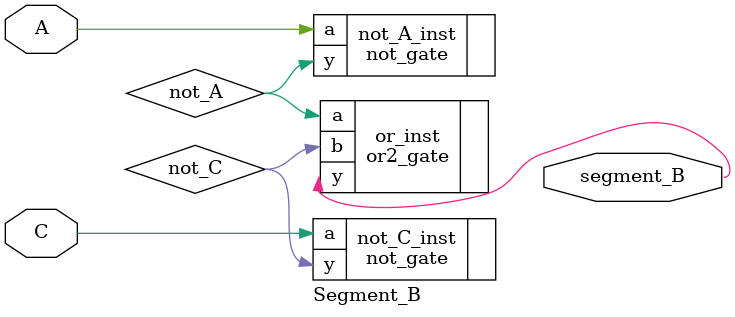
<source format=sv>
module Segment_B (
    input wire A, // Entrada A
    input wire C, // Entrada C
    output wire segment_B // Salida para el segmento B del display de 7 segmentos
);

    wire not_A;
    wire not_C;

    // Compuerta NOT para negar A
    not_gate not_A_inst (
        .a(A),
        .y(not_A)
    );

    // Compuerta NOT para negar C
    not_gate not_C_inst (
        .a(C),
        .y(not_C)
    );

    // Compuerta OR de 2 entradas para combinar las entradas negadas
    or2_gate or_inst (
        .a(not_A), // Entrada A negada
        .b(not_C), // Entrada C negada
        .y(segment_B) // Salida para el segmento B
    );

endmodule

</source>
